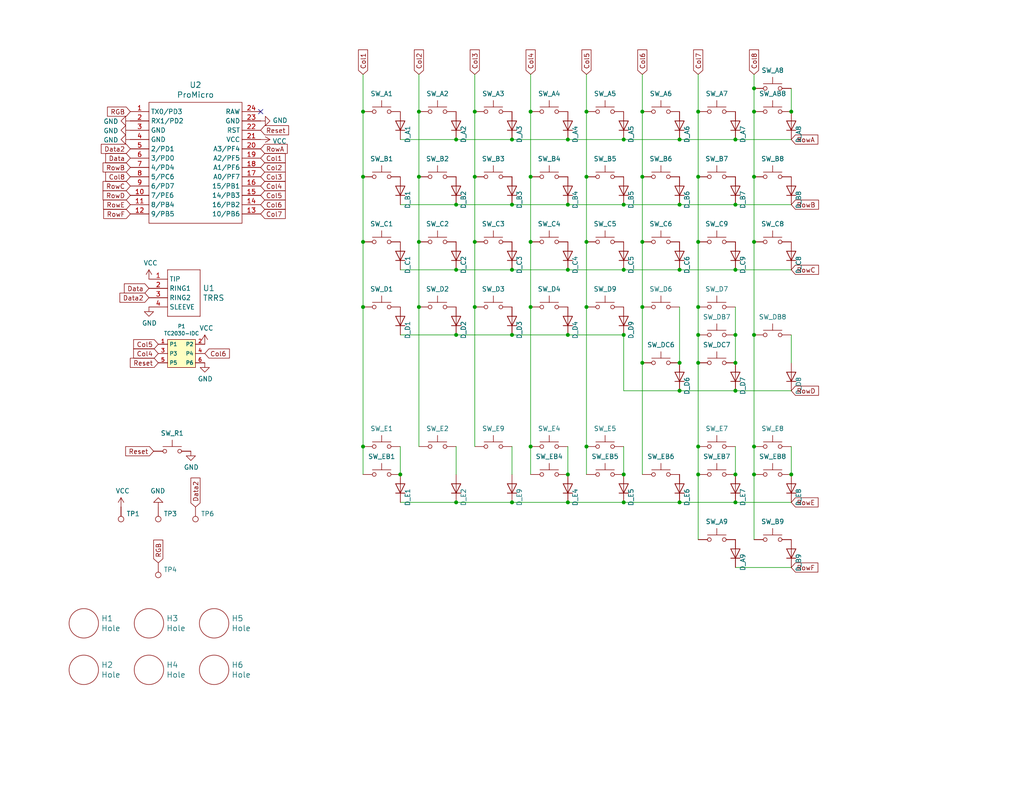
<source format=kicad_sch>
(kicad_sch (version 20230121) (generator eeschema)
  (paper "USLetter")
  (lib_symbols
    (symbol "Switch:SW_Push" (pin_numbers hide) (pin_names hide)
      (property "Reference" "SW" (at 1.27 2.54 0))
      (property "Value" "SW_Push" (at 0 -1.524 0))
      (symbol "SW_Push_0_1"
        (circle (center -2.032 0) (radius 0.508))
        (polyline (pts (xy 0 1.27) (xy 0 3.048)))
        (polyline (pts (xy 2.54 1.27) (xy -2.54 1.27)))
        (circle (center 2.032 0) (radius 0.508))
        (pin passive line (at -5.08 0 0) (length 2.54) (name "1") (number "1"))
        (pin passive line (at 5.08 0 180) (length 2.54) (name "2") (number "2"))
      )
    )
    (symbol "keebio:Hole"
      (property "Reference" "H" (at 0 -1.27 0))
      (property "Value" "Hole" (at 0 1.27 0))
      (symbol "Hole_0_1"
        (circle (center 0 0) (radius 4.0132))
      )
    )
    (symbol "keebio:ProMicro"
      (property "Reference" "U" (at 0 0 0))
      (property "Value" "ProMicro" (at 0 -19.05 0))
      (symbol "ProMicro_0_1"
        (rectangle (start -12.7 -16.51) (end 12.7 16.51))
      )
      (symbol "ProMicro_1_1"
        (pin input line (at -17.78 13.97 0) (length 5.08) (name "TX0/PD3") (number "1"))
        (pin input line (at -17.78 -8.89 0) (length 5.08) (name "7/PE6") (number "10"))
        (pin input line (at -17.78 -11.43 0) (length 5.08) (name "8/PB4") (number "11"))
        (pin input line (at -17.78 -13.97 0) (length 5.08) (name "9/PB5") (number "12"))
        (pin input line (at 17.78 -13.97 180) (length 5.08) (name "10/PB6") (number "13"))
        (pin input line (at 17.78 -11.43 180) (length 5.08) (name "16/PB2") (number "14"))
        (pin input line (at 17.78 -8.89 180) (length 5.08) (name "14/PB3") (number "15"))
        (pin input line (at 17.78 -6.35 180) (length 5.08) (name "15/PB1") (number "16"))
        (pin input line (at 17.78 -3.81 180) (length 5.08) (name "A0/PF7") (number "17"))
        (pin input line (at 17.78 -1.27 180) (length 5.08) (name "A1/PF6") (number "18"))
        (pin input line (at 17.78 1.27 180) (length 5.08) (name "A2/PF5") (number "19"))
        (pin input line (at -17.78 11.43 0) (length 5.08) (name "RX1/PD2") (number "2"))
        (pin input line (at 17.78 3.81 180) (length 5.08) (name "A3/PF4") (number "20"))
        (pin input line (at 17.78 6.35 180) (length 5.08) (name "VCC") (number "21"))
        (pin input line (at 17.78 8.89 180) (length 5.08) (name "RST") (number "22"))
        (pin input line (at 17.78 11.43 180) (length 5.08) (name "GND") (number "23"))
        (pin input line (at 17.78 13.97 180) (length 5.08) (name "RAW") (number "24"))
        (pin input line (at -17.78 8.89 0) (length 5.08) (name "GND") (number "3"))
        (pin input line (at -17.78 6.35 0) (length 5.08) (name "GND") (number "4"))
        (pin input line (at -17.78 3.81 0) (length 5.08) (name "2/PD1") (number "5"))
        (pin input line (at -17.78 1.27 0) (length 5.08) (name "3/PD0") (number "6"))
        (pin input line (at -17.78 -1.27 0) (length 5.08) (name "4/PD4") (number "7"))
        (pin input line (at -17.78 -3.81 0) (length 5.08) (name "5/PC6") (number "8"))
        (pin input line (at -17.78 -6.35 0) (length 5.08) (name "6/PD7") (number "9"))
      )
    )
    (symbol "power:GND" (power) (pin_names (offset 0))
      (property "Value" "GND" (at 0 -3.81 0))
      (symbol "GND_0_1"
        (polyline (pts (xy 0 0) (xy 0 -1.27) (xy 1.27 -1.27) (xy 0 -2.54) (xy -1.27 -1.27) (xy 0 -1.27)))
      )
      (symbol "GND_1_1"
        (pin power_in line (at 0 0 270) (length 0) hide (name "GND") (number "1"))
      )
    )
    (symbol "power:VCC" (power) (pin_names (offset 0))
      (property "Value" "VCC" (at 0 3.81 0))
      (symbol "VCC_0_1"
        (polyline (pts (xy -0.762 1.27) (xy 0 2.54)))
        (polyline (pts (xy 0 0) (xy 0 2.54)))
        (polyline (pts (xy 0 2.54) (xy 0.762 1.27)))
      )
      (symbol "VCC_1_1"
        (pin power_in line (at 0 0 90) (length 0) hide (name "VCC") (number "1"))
      )
    )
    (symbol "quefrency-right-65-rescue:D-device" (pin_numbers hide) (pin_names hide)
      (property "Reference" "D" (at 0 2.54 0))
      (property "Value" "D-device" (at 0 -2.54 0))
      (symbol "D-device_0_1"
        (polyline (pts (xy -1.27 1.27) (xy -1.27 -1.27)) (stroke (width 0.2032)))
        (polyline (pts (xy 1.27 0) (xy -1.27 0)))
        (polyline (pts (xy 1.27 1.27) (xy 1.27 -1.27) (xy -1.27 0) (xy 1.27 1.27)) (stroke (width 0.2032)))
      )
      (symbol "D-device_1_1"
        (pin passive line (at -3.81 0 0) (length 2.54) (name "K") (number "1"))
        (pin passive line (at 3.81 0 180) (length 2.54) (name "A") (number "2"))
      )
    )
    (symbol "quefrency-right-65-rescue:TC2030-IDC-Tag-Connect"
      (property "Reference" "P" (at -1.27 -5.08 0))
      (property "Value" "TC2030-IDC-Tag-Connect" (at 0 5.08 0))
      (symbol "TC2030-IDC-Tag-Connect_0_1"
        (rectangle (start 3.81 3.81) (end -3.81 -3.81) (fill (type background)))
      )
      (symbol "TC2030-IDC-Tag-Connect_1_1"
        (pin passive line (at -6.35 2.54 0) (length 2.54) (name "P1") (number "1"))
        (pin passive line (at 6.35 2.54 180) (length 2.54) (name "P2") (number "2"))
        (pin passive line (at -6.35 0 0) (length 2.54) (name "P3") (number "3"))
        (pin passive line (at 6.35 0 180) (length 2.54) (name "P4") (number "4"))
        (pin passive line (at -6.35 -2.54 0) (length 2.54) (name "P5") (number "5"))
        (pin passive line (at 6.35 -2.54 180) (length 2.54) (name "P6") (number "6"))
      )
    )
    (symbol "quefrency-right-65-rescue:TRRS-keebio"
      (property "Reference" "U" (at 0 15.24 0))
      (property "Value" "TRRS-keebio" (at 0 -2.54 0))
      (symbol "TRRS-keebio_0_1"
        (rectangle (start -3.81 0) (end -3.81 12.7))
        (rectangle (start -3.81 12.7) (end 5.08 12.7))
        (rectangle (start 5.08 0) (end -3.81 0))
        (rectangle (start 5.08 12.7) (end 5.08 0))
      )
      (symbol "TRRS-keebio_1_1"
        (pin input line (at -8.89 10.16 0) (length 5.08) (name "TIP") (number "1"))
        (pin input line (at -8.89 7.62 0) (length 5.08) (name "RING1") (number "2"))
        (pin input line (at -8.89 5.08 0) (length 5.08) (name "RING2") (number "3"))
        (pin input line (at -8.89 2.54 0) (length 5.08) (name "SLEEVE") (number "4"))
      )
    )
    (symbol "quefrency-right-65-rescue:Test_Point-Connector" (pin_numbers hide) (pin_names (offset 0.762) hide)
      (property "Reference" "TP" (at 0 6.858 0))
      (property "Value" "Test_Point-Connector" (at 0 5.08 0))
      (symbol "Test_Point-Connector_0_1"
        (circle (center 0 3.302) (radius 0.762))
      )
      (symbol "Test_Point-Connector_1_1"
        (pin passive line (at 0 0 90) (length 2.54) (name "1") (number "1"))
      )
    )
  )
  (junction (at 200.66 91.44))
  (junction (at 190.5 30.48))
  (junction (at 109.22 129.54))
  (junction (at 154.94 91.44))
  (junction (at 205.74 48.26))
  (junction (at 160.02 83.82))
  (junction (at 200.66 73.66))
  (junction (at 215.9 129.54))
  (junction (at 200.66 137.16))
  (junction (at 200.66 106.68))
  (junction (at 139.7 55.88))
  (junction (at 114.3 83.82))
  (junction (at 99.06 121.92))
  (junction (at 144.78 48.26))
  (junction (at 175.26 66.04))
  (junction (at 114.3 48.26))
  (junction (at 154.94 129.54))
  (junction (at 124.46 38.1))
  (junction (at 205.74 66.04))
  (junction (at 154.94 73.66))
  (junction (at 124.46 91.44))
  (junction (at 129.54 30.48))
  (junction (at 160.02 121.92))
  (junction (at 190.5 91.44))
  (junction (at 160.02 30.48))
  (junction (at 200.66 55.88))
  (junction (at 160.02 48.26))
  (junction (at 170.18 55.88))
  (junction (at 170.18 73.66))
  (junction (at 190.5 48.26))
  (junction (at 144.78 83.82))
  (junction (at 190.5 121.92))
  (junction (at 99.06 30.48))
  (junction (at 139.7 73.66))
  (junction (at 99.06 83.82))
  (junction (at 139.7 137.16))
  (junction (at 154.94 137.16))
  (junction (at 129.54 83.82))
  (junction (at 190.5 129.54))
  (junction (at 185.42 99.06))
  (junction (at 205.74 30.48))
  (junction (at 175.26 99.06))
  (junction (at 190.5 83.82))
  (junction (at 160.02 66.04))
  (junction (at 205.74 129.54))
  (junction (at 129.54 66.04))
  (junction (at 185.42 137.16))
  (junction (at 205.74 24.13))
  (junction (at 170.18 91.44))
  (junction (at 144.78 121.92))
  (junction (at 139.7 91.44))
  (junction (at 170.18 137.16))
  (junction (at 175.26 30.48))
  (junction (at 154.94 38.1))
  (junction (at 175.26 48.26))
  (junction (at 129.54 48.26))
  (junction (at 200.66 129.54))
  (junction (at 185.42 106.68))
  (junction (at 185.42 55.88))
  (junction (at 200.66 99.06))
  (junction (at 114.3 66.04))
  (junction (at 185.42 73.66))
  (junction (at 99.06 66.04))
  (junction (at 124.46 73.66))
  (junction (at 170.18 129.54))
  (junction (at 175.26 83.82))
  (junction (at 205.74 121.92))
  (junction (at 190.5 99.06))
  (junction (at 144.78 30.48))
  (junction (at 99.06 48.26))
  (junction (at 139.7 38.1))
  (junction (at 144.78 66.04))
  (junction (at 124.46 55.88))
  (junction (at 170.18 38.1))
  (junction (at 190.5 66.04))
  (junction (at 200.66 38.1))
  (junction (at 205.74 91.44))
  (junction (at 215.9 30.48))
  (junction (at 114.3 30.48))
  (junction (at 185.42 38.1))
  (junction (at 124.46 137.16))
  (junction (at 154.94 55.88))
  (no_connect (at 71.12 30.48))
  (wire (pts (xy 190.5 121.92) (xy 190.5 99.06)))
  (wire (pts (xy 154.94 91.44) (xy 170.18 91.44)))
  (wire (pts (xy 99.06 129.54) (xy 99.06 121.92)))
  (wire (pts (xy 175.26 30.48) (xy 175.26 20.32)))
  (wire (pts (xy 139.7 137.16) (xy 154.94 137.16)))
  (wire (pts (xy 190.5 83.82) (xy 190.5 91.44)))
  (wire (pts (xy 160.02 129.54) (xy 160.02 121.92)))
  (wire (pts (xy 109.22 91.44) (xy 124.46 91.44)))
  (wire (pts (xy 99.06 48.26) (xy 99.06 30.48)))
  (wire (pts (xy 99.06 83.82) (xy 99.06 121.92)))
  (wire (pts (xy 109.22 137.16) (xy 124.46 137.16)))
  (wire (pts (xy 200.66 137.16) (xy 215.9 137.16)))
  (wire (pts (xy 109.22 73.66) (xy 124.46 73.66)))
  (wire (pts (xy 185.42 55.88) (xy 200.66 55.88)))
  (wire (pts (xy 185.42 106.68) (xy 200.66 106.68)))
  (wire (pts (xy 190.5 30.48) (xy 190.5 20.32)))
  (wire (pts (xy 215.9 129.54) (xy 215.9 121.92)))
  (wire (pts (xy 205.74 24.13) (xy 205.74 30.48)))
  (wire (pts (xy 154.94 38.1) (xy 139.7 38.1)))
  (wire (pts (xy 190.5 129.54) (xy 190.5 121.92)))
  (wire (pts (xy 124.46 73.66) (xy 139.7 73.66)))
  (wire (pts (xy 99.06 48.26) (xy 99.06 66.04)))
  (wire (pts (xy 215.9 30.48) (xy 215.9 24.13)))
  (wire (pts (xy 109.22 55.88) (xy 124.46 55.88)))
  (wire (pts (xy 139.7 91.44) (xy 154.94 91.44)))
  (wire (pts (xy 200.66 73.66) (xy 215.9 73.66)))
  (wire (pts (xy 160.02 30.48) (xy 160.02 20.32)))
  (wire (pts (xy 185.42 137.16) (xy 200.66 137.16)))
  (wire (pts (xy 215.9 91.44) (xy 215.9 99.06)))
  (wire (pts (xy 205.74 91.44) (xy 205.74 121.92)))
  (wire (pts (xy 144.78 30.48) (xy 144.78 20.32)))
  (wire (pts (xy 154.94 55.88) (xy 170.18 55.88)))
  (wire (pts (xy 190.5 83.82) (xy 190.5 66.04)))
  (wire (pts (xy 205.74 66.04) (xy 205.74 48.26)))
  (wire (pts (xy 185.42 38.1) (xy 170.18 38.1)))
  (wire (pts (xy 124.46 55.88) (xy 139.7 55.88)))
  (wire (pts (xy 144.78 66.04) (xy 144.78 48.26)))
  (wire (pts (xy 124.46 91.44) (xy 139.7 91.44)))
  (wire (pts (xy 160.02 48.26) (xy 160.02 30.48)))
  (wire (pts (xy 170.18 38.1) (xy 154.94 38.1)))
  (wire (pts (xy 170.18 73.66) (xy 185.42 73.66)))
  (wire (pts (xy 114.3 30.48) (xy 114.3 20.32)))
  (wire (pts (xy 129.54 48.26) (xy 129.54 30.48)))
  (wire (pts (xy 129.54 66.04) (xy 129.54 48.26)))
  (wire (pts (xy 200.66 38.1) (xy 185.42 38.1)))
  (wire (pts (xy 175.26 66.04) (xy 175.26 48.26)))
  (wire (pts (xy 114.3 121.92) (xy 114.3 83.82)))
  (wire (pts (xy 99.06 66.04) (xy 99.06 83.82)))
  (wire (pts (xy 109.22 121.92) (xy 109.22 129.54)))
  (wire (pts (xy 200.66 154.94) (xy 215.9 154.94)))
  (wire (pts (xy 200.66 83.82) (xy 200.66 91.44)))
  (wire (pts (xy 205.74 48.26) (xy 205.74 30.48)))
  (wire (pts (xy 139.7 55.88) (xy 154.94 55.88)))
  (wire (pts (xy 144.78 121.92) (xy 144.78 83.82)))
  (wire (pts (xy 200.66 38.1) (xy 215.9 38.1)))
  (wire (pts (xy 114.3 66.04) (xy 114.3 48.26)))
  (wire (pts (xy 170.18 129.54) (xy 170.18 121.92)))
  (wire (pts (xy 124.46 121.92) (xy 124.46 129.54)))
  (wire (pts (xy 124.46 38.1) (xy 109.22 38.1)))
  (wire (pts (xy 154.94 129.54) (xy 154.94 121.92)))
  (wire (pts (xy 190.5 147.32) (xy 190.5 129.54)))
  (wire (pts (xy 200.66 91.44) (xy 200.66 99.06)))
  (wire (pts (xy 175.26 83.82) (xy 175.26 99.06)))
  (wire (pts (xy 175.26 99.06) (xy 175.26 129.54)))
  (wire (pts (xy 160.02 66.04) (xy 160.02 48.26)))
  (wire (pts (xy 99.06 30.48) (xy 99.06 20.32)))
  (wire (pts (xy 139.7 129.54) (xy 139.7 121.92)))
  (wire (pts (xy 129.54 83.82) (xy 129.54 66.04)))
  (wire (pts (xy 170.18 55.88) (xy 185.42 55.88)))
  (wire (pts (xy 170.18 137.16) (xy 185.42 137.16)))
  (wire (pts (xy 144.78 129.54) (xy 144.78 121.92)))
  (wire (pts (xy 160.02 121.92) (xy 160.02 83.82)))
  (wire (pts (xy 129.54 30.48) (xy 129.54 20.32)))
  (wire (pts (xy 200.66 55.88) (xy 215.9 55.88)))
  (wire (pts (xy 205.74 129.54) (xy 205.74 121.92)))
  (wire (pts (xy 170.18 106.68) (xy 185.42 106.68)))
  (wire (pts (xy 190.5 48.26) (xy 190.5 30.48)))
  (wire (pts (xy 154.94 73.66) (xy 170.18 73.66)))
  (wire (pts (xy 185.42 73.66) (xy 200.66 73.66)))
  (wire (pts (xy 114.3 48.26) (xy 114.3 30.48)))
  (wire (pts (xy 190.5 99.06) (xy 190.5 91.44)))
  (wire (pts (xy 154.94 137.16) (xy 170.18 137.16)))
  (wire (pts (xy 160.02 83.82) (xy 160.02 66.04)))
  (wire (pts (xy 144.78 83.82) (xy 144.78 66.04)))
  (wire (pts (xy 200.66 129.54) (xy 200.66 121.92)))
  (wire (pts (xy 175.26 48.26) (xy 175.26 30.48)))
  (wire (pts (xy 129.54 121.92) (xy 129.54 83.82)))
  (wire (pts (xy 205.74 24.13) (xy 205.74 20.32)))
  (wire (pts (xy 185.42 83.82) (xy 185.42 99.06)))
  (wire (pts (xy 205.74 66.04) (xy 205.74 91.44)))
  (wire (pts (xy 144.78 48.26) (xy 144.78 30.48)))
  (wire (pts (xy 139.7 73.66) (xy 154.94 73.66)))
  (wire (pts (xy 170.18 91.44) (xy 170.18 106.68)))
  (wire (pts (xy 175.26 83.82) (xy 175.26 66.04)))
  (wire (pts (xy 200.66 106.68) (xy 215.9 106.68)))
  (wire (pts (xy 205.74 147.32) (xy 205.74 129.54)))
  (wire (pts (xy 139.7 38.1) (xy 124.46 38.1)))
  (wire (pts (xy 124.46 137.16) (xy 139.7 137.16)))
  (wire (pts (xy 114.3 66.04) (xy 114.3 83.82)))
  (wire (pts (xy 190.5 66.04) (xy 190.5 48.26)))
  (global_label "Col4" (shape input) (at 144.78 20.32 90) (property "Intersheetrefs" "${INTERSHEET_REFS}" (effects hide)))
  (global_label "Reset" (shape input) (at 41.91 123.19 180) (property "Intersheetrefs" "${INTERSHEET_REFS}" (effects hide)))
  (global_label "Col5" (shape input) (at 43.18 93.98 180) (property "Intersheetrefs" "${INTERSHEET_REFS}" (effects hide)))
  (global_label "Col2" (shape input) (at 71.12 45.72 0) (property "Intersheetrefs" "${INTERSHEET_REFS}" (effects hide)))
  (global_label "Col6" (shape input) (at 55.88 96.52 0) (property "Intersheetrefs" "${INTERSHEET_REFS}" (effects hide)))
  (global_label "Data" (shape input) (at 35.56 43.18 180) (property "Intersheetrefs" "${INTERSHEET_REFS}" (effects hide)))
  (global_label "Data2" (shape input) (at 35.56 40.64 180) (property "Intersheetrefs" "${INTERSHEET_REFS}" (effects hide)))
  (global_label "Data" (shape input) (at 40.64 78.74 180) (property "Intersheetrefs" "${INTERSHEET_REFS}" (effects hide)))
  (global_label "Data2" (shape input) (at 40.64 81.28 180) (property "Intersheetrefs" "${INTERSHEET_REFS}" (effects hide)))
  (global_label "Col2" (shape input) (at 114.3 20.32 90) (property "Intersheetrefs" "${INTERSHEET_REFS}" (effects hide)))
  (global_label "Col6" (shape input) (at 71.12 55.88 0) (property "Intersheetrefs" "${INTERSHEET_REFS}" (effects hide)))
  (global_label "RowB" (shape input) (at 35.56 45.72 180) (property "Intersheetrefs" "${INTERSHEET_REFS}" (effects hide)))
  (global_label "RowB" (shape input) (at 215.9 55.88 0) (property "Intersheetrefs" "${INTERSHEET_REFS}" (effects hide)))
  (global_label "RowC" (shape input) (at 215.9 73.66 0) (property "Intersheetrefs" "${INTERSHEET_REFS}" (effects hide)))
  (global_label "RowD" (shape input) (at 35.56 53.34 180) (property "Intersheetrefs" "${INTERSHEET_REFS}" (effects hide)))
  (global_label "Reset" (shape input) (at 71.12 35.56 0) (property "Intersheetrefs" "${INTERSHEET_REFS}" (effects hide)))
  (global_label "Col7" (shape input) (at 190.5 20.32 90) (property "Intersheetrefs" "${INTERSHEET_REFS}" (effects hide)))
  (global_label "RowD" (shape input) (at 215.9 106.68 0) (property "Intersheetrefs" "${INTERSHEET_REFS}" (effects hide)))
  (global_label "RGB" (shape input) (at 43.18 153.67 90) (property "Intersheetrefs" "${INTERSHEET_REFS}" (effects hide)))
  (global_label "Col5" (shape input) (at 160.02 20.32 90) (property "Intersheetrefs" "${INTERSHEET_REFS}" (effects hide)))
  (global_label "Col3" (shape input) (at 71.12 48.26 0) (property "Intersheetrefs" "${INTERSHEET_REFS}" (effects hide)))
  (global_label "Data2" (shape input) (at 53.34 138.43 90) (property "Intersheetrefs" "${INTERSHEET_REFS}" (effects hide)))
  (global_label "RowF" (shape input) (at 35.56 58.42 180) (property "Intersheetrefs" "${INTERSHEET_REFS}" (effects hide)))
  (global_label "RowA" (shape input) (at 215.9 38.1 0) (property "Intersheetrefs" "${INTERSHEET_REFS}" (effects hide)))
  (global_label "Col8" (shape input) (at 35.56 48.26 180) (property "Intersheetrefs" "${INTERSHEET_REFS}" (effects hide)))
  (global_label "RowE" (shape input) (at 35.56 55.88 180) (property "Intersheetrefs" "${INTERSHEET_REFS}" (effects hide)))
  (global_label "Col7" (shape input) (at 71.12 58.42 0) (property "Intersheetrefs" "${INTERSHEET_REFS}" (effects hide)))
  (global_label "Col1" (shape input) (at 99.06 20.32 90) (property "Intersheetrefs" "${INTERSHEET_REFS}" (effects hide)))
  (global_label "Col3" (shape input) (at 129.54 20.32 90) (property "Intersheetrefs" "${INTERSHEET_REFS}" (effects hide)))
  (global_label "RowE" (shape input) (at 215.9 137.16 0) (property "Intersheetrefs" "${INTERSHEET_REFS}" (effects hide)))
  (global_label "RowC" (shape input) (at 35.56 50.8 180) (property "Intersheetrefs" "${INTERSHEET_REFS}" (effects hide)))
  (global_label "RowF" (shape input) (at 215.9 154.94 0) (property "Intersheetrefs" "${INTERSHEET_REFS}" (effects hide)))
  (global_label "RGB" (shape input) (at 35.56 30.48 180) (property "Intersheetrefs" "${INTERSHEET_REFS}" (effects hide)))
  (global_label "Col4" (shape input) (at 43.18 96.52 180) (property "Intersheetrefs" "${INTERSHEET_REFS}" (effects hide)))
  (global_label "Col1" (shape input) (at 71.12 43.18 0) (property "Intersheetrefs" "${INTERSHEET_REFS}" (effects hide)))
  (global_label "Col6" (shape input) (at 175.26 20.32 90) (property "Intersheetrefs" "${INTERSHEET_REFS}" (effects hide)))
  (global_label "RowA" (shape input) (at 71.12 40.64 0) (property "Intersheetrefs" "${INTERSHEET_REFS}" (effects hide)))
  (global_label "Col8" (shape input) (at 205.74 20.32 90) (property "Intersheetrefs" "${INTERSHEET_REFS}" (effects hide)))
  (global_label "Col4" (shape input) (at 71.12 50.8 0) (property "Intersheetrefs" "${INTERSHEET_REFS}" (effects hide)))
  (global_label "Reset" (shape input) (at 43.18 99.06 180) (property "Intersheetrefs" "${INTERSHEET_REFS}" (effects hide)))
  (global_label "Col5" (shape input) (at 71.12 53.34 0) (property "Intersheetrefs" "${INTERSHEET_REFS}" (effects hide)))
  (symbol (lib_id "keebio:ProMicro") (at 53.34 44.45 0) (unit 1)
    (property "Reference" "U2" (at 53.34 23.1902 0) (effects (font (size 1.524 1.524))))
    (property "Value" "ProMicro" (at 53.34 25.8826 0) (effects (font (size 1.524 1.524))))
    (property "Footprint" "Keebio-Parts:ArduinoProMicro-ZigZag" (effects hide))
  )
  (symbol (lib_id "quefrency-right-65-rescue:TRRS-keebio") (at 49.53 86.36 0) (unit 1)
    (property "Reference" "U1" (at 55.3212 78.6638 0) (effects (font (size 1.524 1.524)) (justify left)))
    (property "Value" "TRRS" (at 55.3212 81.3562 0) (effects (font (size 1.524 1.524)) (justify left)))
    (property "Footprint" "Keebio-Parts:TRRS-PJ-320A" (effects hide))
  )
  (symbol (lib_id "quefrency-right-65-rescue:TC2030-IDC-Tag-Connect") (at 49.53 96.52 0) (unit 1)
    (property "Reference" "P1" (at 49.53 89.1032 0) (effects (font (size 1.016 1.016))))
    (property "Value" "TC2030-IDC" (at 49.53 91.0336 0) (effects (font (size 1.016 1.016))))
    (property "Footprint" "Tag-Connect:TC2030-NL_SMALL" (effects hide))
  )
  (symbol (lib_id "power:GND") (at 35.56 35.56 270) (unit 1)
    (property "Reference" "#PWR0102" (effects hide))
    (property "Value" "GND" (at 32.3088 35.687 90) (effects (justify right)))
  )
  (symbol (lib_id "power:GND") (at 35.56 38.1 270) (unit 1)
    (property "Reference" "#PWR0103" (effects hide))
    (property "Value" "GND" (at 32.3088 38.227 90) (effects (justify right)))
  )
  (symbol (lib_id "Switch:SW_Push") (at 104.14 30.48 0) (unit 1)
    (property "Reference" "SW_A1" (at 104.14 25.5778 0))
    (property "Value" "SW_Push" (effects hide))
    (property "Footprint" "MX_Alps_Hybrid:MX-1U-NoLED" (effects hide))
  )
  (symbol (lib_id "quefrency-right-65-rescue:D-device") (at 109.22 34.29 90) (unit 1)
    (property "Reference" "D_A1" (at 111.2266 34.29 0) (effects (justify right)))
    (property "Value" "D" (effects hide))
    (property "Footprint" "Keebio-Parts:Diode-Hybrid-Back" (effects hide))
  )
  (symbol (lib_id "Switch:SW_Push") (at 119.38 30.48 0) (unit 1)
    (property "Reference" "SW_A2" (at 119.38 25.5778 0))
    (property "Value" "SW_Push" (effects hide))
    (property "Footprint" "MX_Alps_Hybrid:MX-1U-NoLED" (effects hide))
  )
  (symbol (lib_id "quefrency-right-65-rescue:D-device") (at 124.46 34.29 90) (unit 1)
    (property "Reference" "D_A2" (at 126.4666 34.29 0) (effects (justify right)))
    (property "Value" "D" (effects hide))
    (property "Footprint" "Keebio-Parts:Diode-Hybrid-Back" (effects hide))
  )
  (symbol (lib_id "Switch:SW_Push") (at 134.62 30.48 0) (unit 1)
    (property "Reference" "SW_A3" (at 134.62 25.5778 0))
    (property "Value" "SW_Push" (effects hide))
    (property "Footprint" "MX_Alps_Hybrid:MX-1U-NoLED" (effects hide))
  )
  (symbol (lib_id "quefrency-right-65-rescue:D-device") (at 139.7 34.29 90) (unit 1)
    (property "Reference" "D_A3" (at 141.7066 34.29 0) (effects (justify right)))
    (property "Value" "D" (effects hide))
    (property "Footprint" "Keebio-Parts:Diode-Hybrid-Back" (effects hide))
  )
  (symbol (lib_id "Switch:SW_Push") (at 149.86 30.48 0) (unit 1)
    (property "Reference" "SW_A4" (at 149.86 25.5778 0))
    (property "Value" "SW_Push" (effects hide))
    (property "Footprint" "MX_Alps_Hybrid:MX-1U-NoLED" (effects hide))
  )
  (symbol (lib_id "quefrency-right-65-rescue:D-device") (at 154.94 34.29 90) (unit 1)
    (property "Reference" "D_A4" (at 156.9466 34.29 0) (effects (justify right)))
    (property "Value" "D" (effects hide))
    (property "Footprint" "Keebio-Parts:Diode-Hybrid-Back" (effects hide))
  )
  (symbol (lib_id "Switch:SW_Push") (at 165.1 30.48 0) (unit 1)
    (property "Reference" "SW_A5" (at 165.1 25.5778 0))
    (property "Value" "SW_Push" (effects hide))
    (property "Footprint" "MX_Alps_Hybrid:MX-1U-NoLED" (effects hide))
  )
  (symbol (lib_id "quefrency-right-65-rescue:D-device") (at 170.18 34.29 90) (unit 1)
    (property "Reference" "D_A5" (at 172.1866 34.29 0) (effects (justify right)))
    (property "Value" "D" (effects hide))
    (property "Footprint" "Keebio-Parts:Diode-Hybrid-Back" (effects hide))
  )
  (symbol (lib_id "Switch:SW_Push") (at 180.34 30.48 0) (unit 1)
    (property "Reference" "SW_A6" (at 180.34 25.5778 0))
    (property "Value" "SW_Push" (effects hide))
    (property "Footprint" "MX_Alps_Hybrid:MX-1U-NoLED" (effects hide))
  )
  (symbol (lib_id "quefrency-right-65-rescue:D-device") (at 185.42 34.29 90) (unit 1)
    (property "Reference" "D_A6" (at 187.4266 34.29 0) (effects (justify right)))
    (property "Value" "D" (effects hide))
    (property "Footprint" "Keebio-Parts:Diode-Hybrid-Back" (effects hide))
  )
  (symbol (lib_id "Switch:SW_Push") (at 195.58 30.48 0) (unit 1)
    (property "Reference" "SW_A7" (at 195.58 25.5778 0))
    (property "Value" "SW_Push" (effects hide))
    (property "Footprint" "MX_Alps_Hybrid:MX-1U-NoLED" (effects hide))
  )
  (symbol (lib_id "quefrency-right-65-rescue:D-device") (at 200.66 34.29 90) (unit 1)
    (property "Reference" "D_A7" (at 202.6666 34.29 0) (effects (justify right)))
    (property "Value" "D" (effects hide))
    (property "Footprint" "Keebio-Parts:Diode-Hybrid-Back" (effects hide))
  )
  (symbol (lib_id "Switch:SW_Push") (at 104.14 48.26 0) (unit 1)
    (property "Reference" "SW_B1" (at 104.14 43.3578 0))
    (property "Value" "SW_Push" (effects hide))
    (property "Footprint" "MX_Alps_Hybrid:MX-1U-NoLED" (effects hide))
  )
  (symbol (lib_id "quefrency-right-65-rescue:D-device") (at 109.22 52.07 90) (unit 1)
    (property "Reference" "D_B1" (at 111.2266 52.07 0) (effects (justify right)))
    (property "Value" "D" (effects hide))
    (property "Footprint" "Keebio-Parts:Diode-Hybrid-Back" (effects hide))
  )
  (symbol (lib_id "Switch:SW_Push") (at 119.38 48.26 0) (unit 1)
    (property "Reference" "SW_B2" (at 119.38 43.3578 0))
    (property "Value" "SW_Push" (effects hide))
    (property "Footprint" "MX_Alps_Hybrid:MX-1U-NoLED" (effects hide))
  )
  (symbol (lib_id "quefrency-right-65-rescue:D-device") (at 124.46 52.07 90) (unit 1)
    (property "Reference" "D_B2" (at 126.4666 52.07 0) (effects (justify right)))
    (property "Value" "D" (effects hide))
    (property "Footprint" "Keebio-Parts:Diode-Hybrid-Back" (effects hide))
  )
  (symbol (lib_id "Switch:SW_Push") (at 134.62 48.26 0) (unit 1)
    (property "Reference" "SW_B3" (at 134.62 43.3578 0))
    (property "Value" "SW_Push" (effects hide))
    (property "Footprint" "MX_Alps_Hybrid:MX-1U-NoLED" (effects hide))
  )
  (symbol (lib_id "quefrency-right-65-rescue:D-device") (at 139.7 52.07 90) (unit 1)
    (property "Reference" "D_B3" (at 141.7066 52.07 0) (effects (justify right)))
    (property "Value" "D" (effects hide))
    (property "Footprint" "Keebio-Parts:Diode-Hybrid-Back" (effects hide))
  )
  (symbol (lib_id "Switch:SW_Push") (at 149.86 48.26 0) (unit 1)
    (property "Reference" "SW_B4" (at 149.86 43.3578 0))
    (property "Value" "SW_Push" (effects hide))
    (property "Footprint" "MX_Alps_Hybrid:MX-1U-NoLED" (effects hide))
  )
  (symbol (lib_id "quefrency-right-65-rescue:D-device") (at 154.94 52.07 90) (unit 1)
    (property "Reference" "D_B4" (at 156.9466 52.07 0) (effects (justify right)))
    (property "Value" "D" (effects hide))
    (property "Footprint" "Keebio-Parts:Diode-Hybrid-Back" (effects hide))
  )
  (symbol (lib_id "Switch:SW_Push") (at 165.1 48.26 0) (unit 1)
    (property "Reference" "SW_B5" (at 165.1 43.3578 0))
    (property "Value" "SW_Push" (effects hide))
    (property "Footprint" "MX_Alps_Hybrid:MX-1U-NoLED" (effects hide))
  )
  (symbol (lib_id "quefrency-right-65-rescue:D-device") (at 170.18 52.07 90) (unit 1)
    (property "Reference" "D_B5" (at 172.1866 52.07 0) (effects (justify right)))
    (property "Value" "D" (effects hide))
    (property "Footprint" "Keebio-Parts:Diode-Hybrid-Back" (effects hide))
  )
  (symbol (lib_id "Switch:SW_Push") (at 180.34 48.26 0) (unit 1)
    (property "Reference" "SW_B6" (at 180.34 43.3578 0))
    (property "Value" "SW_Push" (effects hide))
    (property "Footprint" "MX_Alps_Hybrid:MX-1U-NoLED" (effects hide))
  )
  (symbol (lib_id "quefrency-right-65-rescue:D-device") (at 185.42 52.07 90) (unit 1)
    (property "Reference" "D_B6" (at 187.4266 52.07 0) (effects (justify right)))
    (property "Value" "D" (effects hide))
    (property "Footprint" "Keebio-Parts:Diode-Hybrid-Back" (effects hide))
  )
  (symbol (lib_id "Switch:SW_Push") (at 104.14 66.04 0) (unit 1)
    (property "Reference" "SW_C1" (at 104.14 61.1378 0))
    (property "Value" "SW_Push" (effects hide))
    (property "Footprint" "MX_Alps_Hybrid:MX-1U-NoLED" (effects hide))
  )
  (symbol (lib_id "quefrency-right-65-rescue:D-device") (at 109.22 69.85 90) (unit 1)
    (property "Reference" "D_C1" (at 111.2266 69.85 0) (effects (justify right)))
    (property "Value" "D" (effects hide))
    (property "Footprint" "Keebio-Parts:Diode-Hybrid-Back" (effects hide))
  )
  (symbol (lib_id "Switch:SW_Push") (at 119.38 66.04 0) (unit 1)
    (property "Reference" "SW_C2" (at 119.38 61.1378 0))
    (property "Value" "SW_Push" (effects hide))
    (property "Footprint" "MX_Alps_Hybrid:MX-1U-NoLED" (effects hide))
  )
  (symbol (lib_id "quefrency-right-65-rescue:D-device") (at 124.46 69.85 90) (unit 1)
    (property "Reference" "D_C2" (at 126.4666 69.85 0) (effects (justify right)))
    (property "Value" "D" (effects hide))
    (property "Footprint" "Keebio-Parts:Diode-Hybrid-Back" (effects hide))
  )
  (symbol (lib_id "Switch:SW_Push") (at 134.62 66.04 0) (unit 1)
    (property "Reference" "SW_C3" (at 134.62 61.1378 0))
    (property "Value" "SW_Push" (effects hide))
    (property "Footprint" "MX_Alps_Hybrid:MX-1U-NoLED" (effects hide))
  )
  (symbol (lib_id "quefrency-right-65-rescue:D-device") (at 139.7 69.85 90) (unit 1)
    (property "Reference" "D_C3" (at 141.7066 69.85 0) (effects (justify right)))
    (property "Value" "D" (effects hide))
    (property "Footprint" "Keebio-Parts:Diode-Hybrid-Back" (effects hide))
  )
  (symbol (lib_id "Switch:SW_Push") (at 149.86 66.04 0) (unit 1)
    (property "Reference" "SW_C4" (at 149.86 61.1378 0))
    (property "Value" "SW_Push" (effects hide))
    (property "Footprint" "MX_Alps_Hybrid:MX-1U-NoLED" (effects hide))
  )
  (symbol (lib_id "quefrency-right-65-rescue:D-device") (at 154.94 69.85 90) (unit 1)
    (property "Reference" "D_C4" (at 156.9466 69.85 0) (effects (justify right)))
    (property "Value" "D" (effects hide))
    (property "Footprint" "Keebio-Parts:Diode-Hybrid-Back" (effects hide))
  )
  (symbol (lib_id "Switch:SW_Push") (at 165.1 66.04 0) (unit 1)
    (property "Reference" "SW_C5" (at 165.1 61.1378 0))
    (property "Value" "SW_Push" (effects hide))
    (property "Footprint" "MX_Alps_Hybrid:MX-1U-NoLED" (effects hide))
  )
  (symbol (lib_id "quefrency-right-65-rescue:D-device") (at 170.18 69.85 90) (unit 1)
    (property "Reference" "D_C5" (at 172.1866 69.85 0) (effects (justify right)))
    (property "Value" "D" (effects hide))
    (property "Footprint" "Keebio-Parts:Diode-Hybrid-Back" (effects hide))
  )
  (symbol (lib_id "Switch:SW_Push") (at 180.34 66.04 0) (unit 1)
    (property "Reference" "SW_C6" (at 180.34 61.1378 0))
    (property "Value" "SW_Push" (effects hide))
    (property "Footprint" "MX_Alps_Hybrid:MX-1U-NoLED" (effects hide))
  )
  (symbol (lib_id "quefrency-right-65-rescue:D-device") (at 185.42 69.85 90) (unit 1)
    (property "Reference" "D_C6" (at 187.4266 69.85 0) (effects (justify right)))
    (property "Value" "D" (effects hide))
    (property "Footprint" "Keebio-Parts:Diode-Hybrid-Back" (effects hide))
  )
  (symbol (lib_id "Switch:SW_Push") (at 104.14 83.82 0) (unit 1)
    (property "Reference" "SW_D1" (at 104.14 78.9178 0))
    (property "Value" "SW_Push" (effects hide))
    (property "Footprint" "MX_Alps_Hybrid:MX-1U-NoLED" (effects hide))
  )
  (symbol (lib_id "quefrency-right-65-rescue:D-device") (at 109.22 87.63 90) (unit 1)
    (property "Reference" "D_D1" (at 111.2266 87.63 0) (effects (justify right)))
    (property "Value" "D" (effects hide))
    (property "Footprint" "Keebio-Parts:Diode-Hybrid-Back" (effects hide))
  )
  (symbol (lib_id "Switch:SW_Push") (at 134.62 83.82 0) (unit 1)
    (property "Reference" "SW_D3" (at 134.62 78.9178 0))
    (property "Value" "SW_Push" (effects hide))
    (property "Footprint" "MX_Alps_Hybrid:MX-1U-NoLED" (effects hide))
  )
  (symbol (lib_id "quefrency-right-65-rescue:D-device") (at 139.7 87.63 90) (unit 1)
    (property "Reference" "D_D3" (at 141.7066 87.63 0) (effects (justify right)))
    (property "Value" "D" (effects hide))
    (property "Footprint" "Keebio-Parts:Diode-Hybrid-Back" (effects hide))
  )
  (symbol (lib_id "Switch:SW_Push") (at 149.86 83.82 0) (unit 1)
    (property "Reference" "SW_D4" (at 149.86 78.9178 0))
    (property "Value" "SW_Push" (effects hide))
    (property "Footprint" "MX_Alps_Hybrid:MX-1U-NoLED" (effects hide))
  )
  (symbol (lib_id "quefrency-right-65-rescue:D-device") (at 154.94 87.63 90) (unit 1)
    (property "Reference" "D_D4" (at 156.9466 87.63 0) (effects (justify right)))
    (property "Value" "D" (effects hide))
    (property "Footprint" "Keebio-Parts:Diode-Hybrid-Back" (effects hide))
  )
  (symbol (lib_id "Switch:SW_Push") (at 210.82 91.44 0) (unit 1)
    (property "Reference" "SW_DB8" (at 210.82 86.5378 0))
    (property "Value" "SW_Push" (effects hide))
    (property "Footprint" "MX_Alps_Hybrid:MX-1U-NoLED" (effects hide))
  )
  (symbol (lib_id "quefrency-right-65-rescue:D-device") (at 215.9 102.87 90) (unit 1)
    (property "Reference" "D_D8" (at 217.9066 102.87 0) (effects (justify right)))
    (property "Value" "D" (effects hide))
    (property "Footprint" "Keebio-Parts:Diode-Hybrid-Back" (effects hide))
  )
  (symbol (lib_id "Switch:SW_Push") (at 180.34 83.82 0) (unit 1)
    (property "Reference" "SW_D6" (at 180.34 78.9178 0))
    (property "Value" "SW_Push" (effects hide))
    (property "Footprint" "MX_Alps_Hybrid:MX-1U-NoLED" (effects hide))
  )
  (symbol (lib_id "quefrency-right-65-rescue:D-device") (at 185.42 102.87 90) (unit 1)
    (property "Reference" "D_D6" (at 187.4266 102.87 0) (effects (justify right)))
    (property "Value" "D" (effects hide))
    (property "Footprint" "Keebio-Parts:Diode-Hybrid-Back" (effects hide))
  )
  (symbol (lib_id "Switch:SW_Push") (at 104.14 121.92 0) (unit 1)
    (property "Reference" "SW_E1" (at 104.14 117.0178 0))
    (property "Value" "SW_Push" (effects hide))
    (property "Footprint" "MX_Alps_Hybrid:MX-2.75U-ReversedStabilizers-NoLED" (effects hide))
  )
  (symbol (lib_id "quefrency-right-65-rescue:D-device") (at 109.22 133.35 90) (unit 1)
    (property "Reference" "D_E1" (at 111.2266 133.35 0) (effects (justify right)))
    (property "Value" "D" (effects hide))
    (property "Footprint" "Keebio-Parts:Diode-Hybrid-Back" (effects hide))
  )
  (symbol (lib_id "Switch:SW_Push") (at 195.58 83.82 0) (mirror y) (unit 1)
    (property "Reference" "SW_D7" (at 195.58 78.9178 0))
    (property "Value" "SW_Push" (effects hide))
    (property "Footprint" "MX_Alps_Hybrid:MX-2.75U-NoLED" (effects hide))
  )
  (symbol (lib_id "quefrency-right-65-rescue:D-device") (at 200.66 102.87 90) (unit 1)
    (property "Reference" "D_D7" (at 202.6666 102.87 0) (effects (justify right)))
    (property "Value" "D" (effects hide))
    (property "Footprint" "Keebio-Parts:Diode-Hybrid-Back" (effects hide))
  )
  (symbol (lib_id "Switch:SW_Push") (at 149.86 121.92 0) (unit 1)
    (property "Reference" "SW_E4" (at 149.86 117.0178 0))
    (property "Value" "SW_Push" (effects hide))
    (property "Footprint" "MX_Alps_Hybrid:MX-1.25U-NoLED" (effects hide))
  )
  (symbol (lib_id "quefrency-right-65-rescue:D-device") (at 154.94 133.35 90) (unit 1)
    (property "Reference" "D_E4" (at 156.9466 133.35 0) (effects (justify right)))
    (property "Value" "D" (effects hide))
    (property "Footprint" "Keebio-Parts:Diode-Hybrid-Back" (effects hide))
  )
  (symbol (lib_id "Switch:SW_Push") (at 180.34 129.54 0) (unit 1)
    (property "Reference" "SW_EB6" (at 180.34 124.6378 0))
    (property "Value" "SW_Push" (effects hide))
    (property "Footprint" "MX_Alps_Hybrid:MX-1U-NoLED" (effects hide))
  )
  (symbol (lib_id "quefrency-right-65-rescue:D-device") (at 185.42 133.35 90) (unit 1)
    (property "Reference" "D_E6" (at 187.4266 133.35 0) (effects (justify right)))
    (property "Value" "D" (effects hide))
    (property "Footprint" "Keebio-Parts:Diode-Hybrid-Back" (effects hide))
  )
  (symbol (lib_id "Switch:SW_Push") (at 165.1 121.92 0) (unit 1)
    (property "Reference" "SW_E5" (at 165.1 117.0178 0))
    (property "Value" "SW_Push" (effects hide))
    (property "Footprint" "MX_Alps_Hybrid:MX-1.25U-NoLED" (effects hide))
  )
  (symbol (lib_id "quefrency-right-65-rescue:D-device") (at 170.18 133.35 90) (unit 1)
    (property "Reference" "D_E5" (at 172.1866 133.35 0) (effects (justify right)))
    (property "Value" "D" (effects hide))
    (property "Footprint" "Keebio-Parts:Diode-Hybrid-Back" (effects hide))
  )
  (symbol (lib_id "Switch:SW_Push") (at 195.58 121.92 0) (unit 1)
    (property "Reference" "SW_E7" (at 195.58 117.0178 0))
    (property "Value" "SW_Push" (effects hide))
    (property "Footprint" "MX_Alps_Hybrid:MX-1.25U-NoLED" (effects hide))
  )
  (symbol (lib_id "quefrency-right-65-rescue:D-device") (at 200.66 133.35 90) (unit 1)
    (property "Reference" "D_E7" (at 202.6666 133.35 0) (effects (justify right)))
    (property "Value" "D" (effects hide))
    (property "Footprint" "Keebio-Parts:Diode-Hybrid-Back" (effects hide))
  )
  (symbol (lib_id "Switch:SW_Push") (at 149.86 129.54 0) (unit 1)
    (property "Reference" "SW_EB4" (at 149.86 124.6378 0))
    (property "Value" "SW_Push" (effects hide))
    (property "Footprint" "MX_Alps_Hybrid:MX-1U-NoLED" (effects hide))
  )
  (symbol (lib_id "Switch:SW_Push") (at 195.58 129.54 0) (mirror y) (unit 1)
    (property "Reference" "SW_EB7" (at 195.58 124.6378 0))
    (property "Value" "SW_Push" (effects hide))
    (property "Footprint" "MX_Alps_Hybrid:MX-1U-NoLED" (effects hide))
  )
  (symbol (lib_id "power:VCC") (at 40.64 76.2 0) (unit 1)
    (property "Reference" "#PWR0104" (effects hide))
    (property "Value" "VCC" (at 41.0718 71.8058 0))
  )
  (symbol (lib_id "power:GND") (at 40.64 83.82 0) (unit 1)
    (property "Reference" "#PWR0105" (effects hide))
    (property "Value" "GND" (at 40.767 88.2142 0))
  )
  (symbol (lib_id "power:VCC") (at 71.12 38.1 270) (unit 1)
    (property "Reference" "#PWR0108" (effects hide))
    (property "Value" "VCC" (at 74.3712 38.5318 90) (effects (justify left)))
  )
  (symbol (lib_id "power:GND") (at 71.12 33.02 90) (unit 1)
    (property "Reference" "#PWR0109" (effects hide))
    (property "Value" "GND" (at 74.3712 32.893 90) (effects (justify right)))
  )
  (symbol (lib_id "Switch:SW_Push") (at 46.99 123.19 0) (unit 1)
    (property "Reference" "SW_R1" (at 46.99 118.2878 0))
    (property "Value" "Reset" (effects hide))
    (property "Footprint" "Keebio-Parts:SW_Tactile_SPST_Angled_MJTP1117" (effects hide))
  )
  (symbol (lib_id "power:GND") (at 52.07 123.19 0) (unit 1)
    (property "Reference" "#PWR0110" (effects hide))
    (property "Value" "GND" (at 52.197 127.5842 0))
  )
  (symbol (lib_id "quefrency-right-65-rescue:Test_Point-Connector") (at 43.18 138.43 180) (unit 1)
    (property "Reference" "TP3" (at 44.6532 140.2842 0) (effects (justify right)))
    (property "Value" "GND" (effects hide))
    (property "Footprint" "Keebio-Parts:SinglePad" (effects hide))
  )
  (symbol (lib_id "power:GND") (at 43.18 138.43 180) (unit 1)
    (property "Reference" "#PWR0114" (effects hide))
    (property "Value" "GND" (at 43.053 134.0358 0))
  )
  (symbol (lib_id "power:GND") (at 55.88 99.06 0) (unit 1)
    (property "Reference" "#PWR0111" (effects hide))
    (property "Value" "GND" (at 56.007 103.4542 0))
  )
  (symbol (lib_id "keebio:Hole") (at 22.86 170.18 0) (unit 1)
    (property "Reference" "H1" (at 27.5844 168.8338 0) (effects (font (size 1.524 1.524)) (justify left)))
    (property "Value" "Hole" (at 27.5844 171.5262 0) (effects (font (size 1.524 1.524)) (justify left)))
    (property "Footprint" "Mounting_Holes:MountingHole_3.2mm_M3_ISO14580_Pad" (effects hide))
  )
  (symbol (lib_id "keebio:Hole") (at 22.86 182.88 0) (unit 1)
    (property "Reference" "H2" (at 27.5844 181.5338 0) (effects (font (size 1.524 1.524)) (justify left)))
    (property "Value" "Hole" (at 27.5844 184.2262 0) (effects (font (size 1.524 1.524)) (justify left)))
    (property "Footprint" "Mounting_Holes:MountingHole_3.2mm_M3_ISO14580_Pad" (effects hide))
  )
  (symbol (lib_id "keebio:Hole") (at 40.64 170.18 0) (unit 1)
    (property "Reference" "H3" (at 45.3644 168.8338 0) (effects (font (size 1.524 1.524)) (justify left)))
    (property "Value" "Hole" (at 45.3644 171.5262 0) (effects (font (size 1.524 1.524)) (justify left)))
    (property "Footprint" "Mounting_Holes:MountingHole_3.2mm_M3_ISO14580_Pad" (effects hide))
  )
  (symbol (lib_id "keebio:Hole") (at 40.64 182.88 0) (unit 1)
    (property "Reference" "H4" (at 45.3644 181.5338 0) (effects (font (size 1.524 1.524)) (justify left)))
    (property "Value" "Hole" (at 45.3644 184.2262 0) (effects (font (size 1.524 1.524)) (justify left)))
    (property "Footprint" "Mounting_Holes:MountingHole_3.2mm_M3_ISO14580_Pad" (effects hide))
  )
  (symbol (lib_id "keebio:Hole") (at 58.42 170.18 0) (unit 1)
    (property "Reference" "H5" (at 63.1444 168.8338 0) (effects (font (size 1.524 1.524)) (justify left)))
    (property "Value" "Hole" (at 63.1444 171.5262 0) (effects (font (size 1.524 1.524)) (justify left)))
    (property "Footprint" "Mounting_Holes:MountingHole_3.2mm_M3_ISO14580_Pad" (effects hide))
  )
  (symbol (lib_id "keebio:Hole") (at 58.42 182.88 0) (unit 1)
    (property "Reference" "H6" (at 63.1444 181.5338 0) (effects (font (size 1.524 1.524)) (justify left)))
    (property "Value" "Hole" (at 63.1444 184.2262 0) (effects (font (size 1.524 1.524)) (justify left)))
    (property "Footprint" "Mounting_Holes:MountingHole_3.2mm_M3_ISO14580_Pad" (effects hide))
  )
  (symbol (lib_id "power:VCC") (at 55.88 93.98 0) (unit 1)
    (property "Reference" "#PWR0112" (effects hide))
    (property "Value" "VCC" (at 56.3118 89.5858 0))
  )
  (symbol (lib_id "power:VCC") (at 33.02 138.43 0) (unit 1)
    (property "Reference" "#PWR0113" (effects hide))
    (property "Value" "VCC" (at 33.4518 134.0358 0))
  )
  (symbol (lib_id "quefrency-right-65-rescue:Test_Point-Connector") (at 33.02 138.43 180) (unit 1)
    (property "Reference" "TP1" (at 34.4932 140.2842 0) (effects (justify right)))
    (property "Value" "VCC" (effects hide))
    (property "Footprint" "Keebio-Parts:SinglePad" (effects hide))
  )
  (symbol (lib_id "quefrency-right-65-rescue:Test_Point-Connector") (at 53.34 138.43 180) (unit 1)
    (property "Reference" "TP6" (at 54.8132 140.2842 0) (effects (justify right)))
    (property "Value" "Extra Data" (effects hide))
    (property "Footprint" "Keebio-Parts:SinglePad" (effects hide))
  )
  (symbol (lib_id "quefrency-right-65-rescue:Test_Point-Connector") (at 43.18 153.67 180) (unit 1)
    (property "Reference" "TP4" (at 44.6532 155.5242 0) (effects (justify right)))
    (property "Value" "RGB" (effects hide))
    (property "Footprint" "Keebio-Parts:SinglePad" (effects hide))
  )
  (symbol (lib_id "power:GND") (at 35.56 33.02 270) (unit 1)
    (property "Reference" "#PWR0101" (effects hide))
    (property "Value" "GND" (at 32.3088 33.147 90) (effects (justify right)))
  )
  (symbol (lib_id "Switch:SW_Push") (at 210.82 24.13 0) (unit 1)
    (property "Reference" "SW_A8" (at 210.82 19.2278 0))
    (property "Value" "SW_Push" (effects hide))
    (property "Footprint" "MX_Alps_Hybrid:MX-2U-ReversedStabilizers-NoLED" (effects hide))
  )
  (symbol (lib_id "quefrency-right-65-rescue:D-device") (at 215.9 34.29 90) (unit 1)
    (property "Reference" "D_A8" (at 217.9066 34.29 0) (effects (justify right)))
    (property "Value" "D" (effects hide))
    (property "Footprint" "Keebio-Parts:Diode-Hybrid-Back" (effects hide))
  )
  (symbol (lib_id "Switch:SW_Push") (at 195.58 48.26 0) (unit 1)
    (property "Reference" "SW_B7" (at 195.58 43.3578 0))
    (property "Value" "SW_Push" (effects hide))
    (property "Footprint" "MX_Alps_Hybrid:MX-1U-NoLED" (effects hide))
  )
  (symbol (lib_id "quefrency-right-65-rescue:D-device") (at 200.66 52.07 90) (unit 1)
    (property "Reference" "D_B7" (at 202.6666 52.07 0) (effects (justify right)))
    (property "Value" "D" (effects hide))
    (property "Footprint" "Keebio-Parts:Diode-Hybrid-Back" (effects hide))
  )
  (symbol (lib_id "Switch:SW_Push") (at 210.82 48.26 0) (unit 1)
    (property "Reference" "SW_B8" (at 210.82 43.3578 0))
    (property "Value" "SW_Push" (effects hide))
    (property "Footprint" "MX_Alps_Hybrid:MX-1.5U-NoLED" (effects hide))
  )
  (symbol (lib_id "quefrency-right-65-rescue:D-device") (at 215.9 52.07 90) (unit 1)
    (property "Reference" "D_B8" (at 217.9066 52.07 0) (effects (justify right)))
    (property "Value" "D" (effects hide))
    (property "Footprint" "Keebio-Parts:Diode-Hybrid-Back" (effects hide))
  )
  (symbol (lib_id "Switch:SW_Push") (at 210.82 66.04 0) (unit 1)
    (property "Reference" "SW_C8" (at 210.82 61.1378 0))
    (property "Value" "SW_Push" (effects hide))
    (property "Footprint" "MX_Alps_Hybrid:MX-2.25U-NoLED" (effects hide))
  )
  (symbol (lib_id "quefrency-right-65-rescue:D-device") (at 215.9 69.85 90) (unit 1)
    (property "Reference" "D_C8" (at 217.9066 69.85 0) (effects (justify right)))
    (property "Value" "D" (effects hide))
    (property "Footprint" "Keebio-Parts:Diode-Hybrid-Back" (effects hide))
  )
  (symbol (lib_id "Switch:SW_Push") (at 119.38 83.82 0) (unit 1)
    (property "Reference" "SW_D2" (at 119.38 78.9178 0))
    (property "Value" "SW_Push" (effects hide))
    (property "Footprint" "MX_Alps_Hybrid:MX-1U-NoLED" (effects hide))
  )
  (symbol (lib_id "quefrency-right-65-rescue:D-device") (at 124.46 87.63 90) (unit 1)
    (property "Reference" "D_D2" (at 126.4666 87.63 0) (effects (justify right)))
    (property "Value" "D" (effects hide))
    (property "Footprint" "Keebio-Parts:Diode-Hybrid-Back" (effects hide))
  )
  (symbol (lib_id "Switch:SW_Push") (at 210.82 121.92 0) (unit 1)
    (property "Reference" "SW_E8" (at 210.82 117.0178 0))
    (property "Value" "SW_Push" (effects hide))
    (property "Footprint" "MX_Alps_Hybrid:MX-1.25U-NoLED" (effects hide))
  )
  (symbol (lib_id "quefrency-right-65-rescue:D-device") (at 215.9 133.35 90) (unit 1)
    (property "Reference" "D_E8" (at 217.9066 133.35 0) (effects (justify right)))
    (property "Value" "D" (effects hide))
    (property "Footprint" "Keebio-Parts:Diode-Hybrid-Back" (effects hide))
  )
  (symbol (lib_id "Switch:SW_Push") (at 210.82 129.54 0) (unit 1)
    (property "Reference" "SW_EB8" (at 210.82 124.6378 0))
    (property "Value" "SW_Push" (effects hide))
    (property "Footprint" "MX_Alps_Hybrid:MX-1U-NoLED" (effects hide))
  )
  (symbol (lib_id "Switch:SW_Push") (at 195.58 91.44 0) (unit 1)
    (property "Reference" "SW_DB7" (at 195.58 86.5378 0))
    (property "Value" "SW_Push" (effects hide))
    (property "Footprint" "MX_Alps_Hybrid:MX-1.75U-NoLED" (effects hide))
  )
  (symbol (lib_id "Switch:SW_Push") (at 180.34 99.06 0) (mirror y) (unit 1)
    (property "Reference" "SW_DC6" (at 180.34 94.1578 0))
    (property "Value" "SW_Push" (effects hide))
    (property "Footprint" "MX_Alps_Hybrid:MX-1.75U-NoLED" (effects hide))
  )
  (symbol (lib_id "Switch:SW_Push") (at 195.58 99.06 0) (mirror y) (unit 1)
    (property "Reference" "SW_DC7" (at 195.58 94.1578 0))
    (property "Value" "SW_Push" (effects hide))
    (property "Footprint" "MX_Alps_Hybrid:MX-1U-NoLED" (effects hide))
  )
  (symbol (lib_id "Switch:SW_Push") (at 210.82 30.48 0) (unit 1)
    (property "Reference" "SW_AB8" (at 210.82 25.5778 0))
    (property "Value" "SW_Push" (effects hide))
    (property "Footprint" "MX_Alps_Hybrid:MX-1U-NoLED" (effects hide))
  )
  (symbol (lib_id "Switch:SW_Push") (at 165.1 129.54 0) (mirror y) (unit 1)
    (property "Reference" "SW_EB5" (at 165.1 124.6378 0))
    (property "Value" "SW_Push" (effects hide))
    (property "Footprint" "MX_Alps_Hybrid:MX-1U-NoLED" (effects hide))
  )
  (symbol (lib_id "Switch:SW_Push") (at 104.14 129.54 0) (unit 1)
    (property "Reference" "SW_EB1" (at 104.14 124.6378 0))
    (property "Value" "SW_Push" (effects hide))
    (property "Footprint" "MX_Alps_Hybrid:MX-1.25U-NoLED" (effects hide))
  )
  (symbol (lib_id "Switch:SW_Push") (at 119.38 121.92 0) (unit 1)
    (property "Reference" "SW_E2" (at 119.38 117.0178 0))
    (property "Value" "SW_Push" (effects hide))
    (property "Footprint" "MX_Alps_Hybrid:MX-1.5U-NoLED" (effects hide))
  )
  (symbol (lib_id "quefrency-right-65-rescue:D-device") (at 124.46 133.35 90) (unit 1)
    (property "Reference" "D_E2" (at 126.4666 133.35 0) (effects (justify right)))
    (property "Value" "D" (effects hide))
    (property "Footprint" "Keebio-Parts:Diode-Hybrid-Back" (effects hide))
  )
  (symbol (lib_id "Switch:SW_Push") (at 195.58 147.32 0) (unit 1)
    (property "Reference" "SW_A9" (at 195.58 142.4178 0))
    (property "Value" "SW_Push" (effects hide))
    (property "Footprint" "MX_Alps_Hybrid:MX-1U-NoLED" (effects hide))
  )
  (symbol (lib_id "quefrency-right-65-rescue:D-device") (at 200.66 151.13 90) (unit 1)
    (property "Reference" "D_A9" (at 202.6666 151.13 0) (effects (justify right)))
    (property "Value" "D" (effects hide))
    (property "Footprint" "Keebio-Parts:Diode-Hybrid-Back" (effects hide))
  )
  (symbol (lib_id "Switch:SW_Push") (at 210.82 147.32 0) (unit 1)
    (property "Reference" "SW_B9" (at 210.82 142.4178 0))
    (property "Value" "SW_Push" (effects hide))
    (property "Footprint" "MX_Alps_Hybrid:MX-1U-NoLED" (effects hide))
  )
  (symbol (lib_id "quefrency-right-65-rescue:D-device") (at 215.9 151.13 90) (unit 1)
    (property "Reference" "D_B9" (at 217.9066 151.13 0) (effects (justify right)))
    (property "Value" "D" (effects hide))
    (property "Footprint" "Keebio-Parts:Diode-Hybrid-Back" (effects hide))
  )
  (symbol (lib_id "Switch:SW_Push") (at 195.58 66.04 0) (unit 1)
    (property "Reference" "SW_C9" (at 195.58 61.1378 0))
    (property "Value" "SW_Push" (effects hide))
    (property "Footprint" "MX_Alps_Hybrid:MX-1U-NoLED" (effects hide))
  )
  (symbol (lib_id "quefrency-right-65-rescue:D-device") (at 200.66 69.85 90) (unit 1)
    (property "Reference" "D_C9" (at 202.6666 69.85 0) (effects (justify right)))
    (property "Value" "D" (effects hide))
    (property "Footprint" "Keebio-Parts:Diode-Hybrid-Back" (effects hide))
  )
  (symbol (lib_id "Switch:SW_Push") (at 165.1 83.82 0) (unit 1)
    (property "Reference" "SW_D9" (at 165.1 78.9178 0))
    (property "Value" "SW_Push" (effects hide))
    (property "Footprint" "MX_Alps_Hybrid:MX-1U-NoLED" (effects hide))
  )
  (symbol (lib_id "quefrency-right-65-rescue:D-device") (at 170.18 87.63 90) (unit 1)
    (property "Reference" "D_D9" (at 172.1866 87.63 0) (effects (justify right)))
    (property "Value" "D" (effects hide))
    (property "Footprint" "Keebio-Parts:Diode-Hybrid-Back" (effects hide))
  )
  (symbol (lib_id "Switch:SW_Push") (at 134.62 121.92 0) (unit 1)
    (property "Reference" "SW_E9" (at 134.62 117.0178 0))
    (property "Value" "SW_Push" (effects hide))
    (property "Footprint" "MX_Alps_Hybrid:MX-1U-NoLED" (effects hide))
  )
  (symbol (lib_id "quefrency-right-65-rescue:D-device") (at 139.7 133.35 90) (unit 1)
    (property "Reference" "D_E9" (at 141.7066 133.35 0) (effects (justify right)))
    (property "Value" "D" (effects hide))
    (property "Footprint" "Keebio-Parts:Diode-Hybrid-Back" (effects hide))
  )
)
</source>
